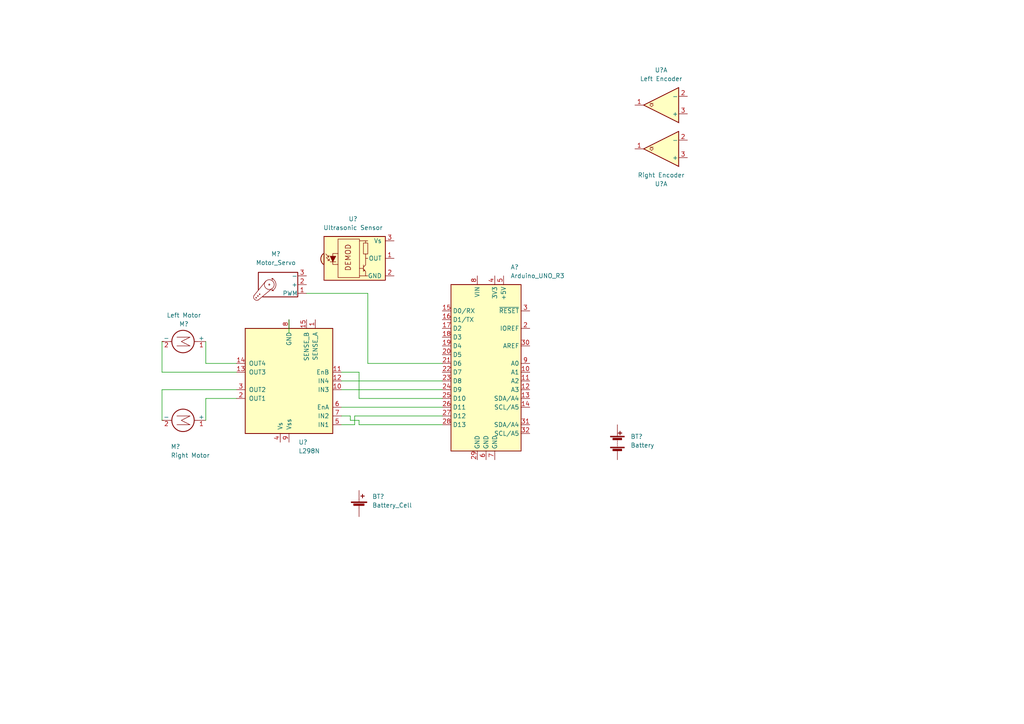
<source format=kicad_sch>
(kicad_sch (version 20211123) (generator eeschema)
  (paper "A4")
  (lib_symbols
    (symbol "Comparator:LM393" (pin_names (offset 0.127))
      (property "Reference" "U" (at 3.81 3.81 0))
      (property "Value" "LM393" (at 6.35 -3.81 0))
      (symbol "LM393_1_1"
        (polyline (pts (xy -5.08 5.08) (xy 5.08 0) (xy -5.08 -5.08) (xy -5.08 5.08)) (stroke (width 0.254)) (fill (type background)))
        (polyline (pts (xy 3.302 -0.508) (xy 2.794 -0.508) (xy 3.302 0) (xy 2.794 0.508) (xy 2.286 0) (xy 2.794 -0.508) (xy 2.286 -0.508)) (stroke (width 0.127)))
        (pin open_collector line (at 7.62 0 180) (length 2.54) (name "~") (number "1"))
        (pin input line (at -7.62 -2.54 0) (length 2.54) (name "-") (number "2"))
        (pin input line (at -7.62 2.54 0) (length 2.54) (name "+") (number "3"))
      )
      (symbol "LM393_2_1"
        (polyline (pts (xy -5.08 5.08) (xy 5.08 0) (xy -5.08 -5.08) (xy -5.08 5.08)) (stroke (width 0.254)) (fill (type background)))
        (polyline (pts (xy 3.302 -0.508) (xy 2.794 -0.508) (xy 3.302 0) (xy 2.794 0.508) (xy 2.286 0) (xy 2.794 -0.508) (xy 2.286 -0.508)) (stroke (width 0.127)))
        (pin input line (at -7.62 2.54 0) (length 2.54) (name "+") (number "5"))
        (pin input line (at -7.62 -2.54 0) (length 2.54) (name "-") (number "6"))
        (pin open_collector line (at 7.62 0 180) (length 2.54) (name "~") (number "7"))
      )
      (symbol "LM393_3_1"
        (pin power_in line (at -2.54 -7.62 90) (length 3.81) (name "V-") (number "4"))
        (pin power_in line (at -2.54 7.62 270) (length 3.81) (name "V+") (number "8"))
      )
    )
    (symbol "Device:Battery" (pin_numbers hide) (pin_names (offset 0) hide)
      (property "Reference" "BT" (at 2.54 2.54 0))
      (property "Value" "Battery" (at 2.54 0 0))
      (symbol "Battery_0_1"
        (rectangle (start -2.032 -1.397) (end 2.032 -1.651) (fill (type outline)))
        (rectangle (start -2.032 1.778) (end 2.032 1.524) (fill (type outline)))
        (rectangle (start -1.3208 -1.9812) (end 1.27 -2.4892) (fill (type outline)))
        (rectangle (start -1.3208 1.1938) (end 1.27 0.6858) (fill (type outline)))
        (polyline (pts (xy 0 -1.524) (xy 0 -1.27)))
        (polyline (pts (xy 0 -1.016) (xy 0 -0.762)))
        (polyline (pts (xy 0 -0.508) (xy 0 -0.254)))
        (polyline (pts (xy 0 0) (xy 0 0.254)))
        (polyline (pts (xy 0 0.508) (xy 0 0.762)))
        (polyline (pts (xy 0 1.778) (xy 0 2.54)))
        (polyline (pts (xy 0.254 2.667) (xy 1.27 2.667)) (stroke (width 0.254)))
        (polyline (pts (xy 0.762 3.175) (xy 0.762 2.159)) (stroke (width 0.254)))
      )
      (symbol "Battery_1_1"
        (pin passive line (at 0 5.08 270) (length 2.54) (name "+") (number "1"))
        (pin passive line (at 0 -5.08 90) (length 2.54) (name "-") (number "2"))
      )
    )
    (symbol "Device:Battery_Cell" (pin_numbers hide) (pin_names (offset 0) hide)
      (property "Reference" "BT" (at 2.54 2.54 0))
      (property "Value" "Battery_Cell" (at 2.54 0 0))
      (symbol "Battery_Cell_0_1"
        (rectangle (start -2.286 1.778) (end 2.286 1.524) (fill (type outline)))
        (rectangle (start -1.5748 1.1938) (end 1.4732 0.6858) (fill (type outline)))
        (polyline (pts (xy 0 0.762) (xy 0 0)))
        (polyline (pts (xy 0 1.778) (xy 0 2.54)))
        (polyline (pts (xy 0.508 3.429) (xy 1.524 3.429)) (stroke (width 0.254)))
        (polyline (pts (xy 1.016 3.937) (xy 1.016 2.921)) (stroke (width 0.254)))
      )
      (symbol "Battery_Cell_1_1"
        (pin passive line (at 0 5.08 270) (length 2.54) (name "+") (number "1"))
        (pin passive line (at 0 -2.54 90) (length 2.54) (name "-") (number "2"))
      )
    )
    (symbol "Driver_Motor:L298N" (pin_names (offset 1.016))
      (property "Reference" "U" (at -10.16 16.51 0))
      (property "Value" "L298N" (at 12.7 16.51 0))
      (symbol "L298N_0_1"
        (rectangle (start -12.7 15.24) (end 12.7 -15.24) (stroke (width 0.254)) (fill (type background)))
      )
      (symbol "L298N_1_1"
        (pin power_in line (at -7.62 -17.78 90) (length 2.54) (name "SENSE_A") (number "1"))
        (pin input line (at -15.24 2.54 0) (length 2.54) (name "IN3") (number "10"))
        (pin input line (at -15.24 -2.54 0) (length 2.54) (name "EnB") (number "11"))
        (pin input line (at -15.24 0 0) (length 2.54) (name "IN4") (number "12"))
        (pin output line (at 15.24 -2.54 180) (length 2.54) (name "OUT3") (number "13"))
        (pin output line (at 15.24 -5.08 180) (length 2.54) (name "OUT4") (number "14"))
        (pin power_in line (at -5.08 -17.78 90) (length 2.54) (name "SENSE_B") (number "15"))
        (pin output line (at 15.24 5.08 180) (length 2.54) (name "OUT1") (number "2"))
        (pin output line (at 15.24 2.54 180) (length 2.54) (name "OUT2") (number "3"))
        (pin power_in line (at 2.54 17.78 270) (length 2.54) (name "Vs") (number "4"))
        (pin input line (at -15.24 12.7 0) (length 2.54) (name "IN1") (number "5"))
        (pin input line (at -15.24 7.62 0) (length 2.54) (name "EnA") (number "6"))
        (pin input line (at -15.24 10.16 0) (length 2.54) (name "IN2") (number "7"))
        (pin power_in line (at 0 -17.78 90) (length 2.54) (name "GND") (number "8"))
        (pin power_in line (at 0 17.78 270) (length 2.54) (name "Vss") (number "9"))
      )
    )
    (symbol "MCU_Module:Arduino_UNO_R3"
      (property "Reference" "A" (at -10.16 23.495 0))
      (property "Value" "Arduino_UNO_R3" (at 5.08 -26.67 0))
      (symbol "Arduino_UNO_R3_0_1"
        (rectangle (start -10.16 22.86) (end 10.16 -25.4) (stroke (width 0.254)) (fill (type background)))
      )
      (symbol "Arduino_UNO_R3_1_1"
        (pin no_connect line (at -10.16 -20.32 0) (length 2.54) hide (name "NC") (number "1"))
        (pin bidirectional line (at 12.7 -2.54 180) (length 2.54) (name "A1") (number "10"))
        (pin bidirectional line (at 12.7 -5.08 180) (length 2.54) (name "A2") (number "11"))
        (pin bidirectional line (at 12.7 -7.62 180) (length 2.54) (name "A3") (number "12"))
        (pin bidirectional line (at 12.7 -10.16 180) (length 2.54) (name "SDA/A4") (number "13"))
        (pin bidirectional line (at 12.7 -12.7 180) (length 2.54) (name "SCL/A5") (number "14"))
        (pin bidirectional line (at -12.7 15.24 0) (length 2.54) (name "D0/RX") (number "15"))
        (pin bidirectional line (at -12.7 12.7 0) (length 2.54) (name "D1/TX") (number "16"))
        (pin bidirectional line (at -12.7 10.16 0) (length 2.54) (name "D2") (number "17"))
        (pin bidirectional line (at -12.7 7.62 0) (length 2.54) (name "D3") (number "18"))
        (pin bidirectional line (at -12.7 5.08 0) (length 2.54) (name "D4") (number "19"))
        (pin output line (at 12.7 10.16 180) (length 2.54) (name "IOREF") (number "2"))
        (pin bidirectional line (at -12.7 2.54 0) (length 2.54) (name "D5") (number "20"))
        (pin bidirectional line (at -12.7 0 0) (length 2.54) (name "D6") (number "21"))
        (pin bidirectional line (at -12.7 -2.54 0) (length 2.54) (name "D7") (number "22"))
        (pin bidirectional line (at -12.7 -5.08 0) (length 2.54) (name "D8") (number "23"))
        (pin bidirectional line (at -12.7 -7.62 0) (length 2.54) (name "D9") (number "24"))
        (pin bidirectional line (at -12.7 -10.16 0) (length 2.54) (name "D10") (number "25"))
        (pin bidirectional line (at -12.7 -12.7 0) (length 2.54) (name "D11") (number "26"))
        (pin bidirectional line (at -12.7 -15.24 0) (length 2.54) (name "D12") (number "27"))
        (pin bidirectional line (at -12.7 -17.78 0) (length 2.54) (name "D13") (number "28"))
        (pin power_in line (at -2.54 -27.94 90) (length 2.54) (name "GND") (number "29"))
        (pin input line (at 12.7 15.24 180) (length 2.54) (name "~{RESET}") (number "3"))
        (pin input line (at 12.7 5.08 180) (length 2.54) (name "AREF") (number "30"))
        (pin bidirectional line (at 12.7 -17.78 180) (length 2.54) (name "SDA/A4") (number "31"))
        (pin bidirectional line (at 12.7 -20.32 180) (length 2.54) (name "SCL/A5") (number "32"))
        (pin power_out line (at 2.54 25.4 270) (length 2.54) (name "3V3") (number "4"))
        (pin power_out line (at 5.08 25.4 270) (length 2.54) (name "+5V") (number "5"))
        (pin power_in line (at 0 -27.94 90) (length 2.54) (name "GND") (number "6"))
        (pin power_in line (at 2.54 -27.94 90) (length 2.54) (name "GND") (number "7"))
        (pin power_in line (at -2.54 25.4 270) (length 2.54) (name "VIN") (number "8"))
        (pin bidirectional line (at 12.7 0 180) (length 2.54) (name "A0") (number "9"))
      )
    )
    (symbol "Motor:Motor_DC" (pin_names (offset 0))
      (property "Reference" "M" (at 2.54 2.54 0))
      (property "Value" "Motor_DC" (at 2.54 -5.08 0))
      (symbol "Motor_DC_0_0"
        (polyline (pts (xy -1.27 -3.302) (xy -1.27 0.508) (xy 0 -2.032) (xy 1.27 0.508) (xy 1.27 -3.302)))
      )
      (symbol "Motor_DC_0_1"
        (circle (center 0 -1.524) (radius 3.2512) (stroke (width 0.254)))
        (polyline (pts (xy 0 -7.62) (xy 0 -7.112)))
        (polyline (pts (xy 0 -4.7752) (xy 0 -5.1816)))
        (polyline (pts (xy 0 1.7272) (xy 0 2.0828)))
        (polyline (pts (xy 0 2.032) (xy 0 2.54)))
      )
      (symbol "Motor_DC_1_1"
        (pin passive line (at 0 5.08 270) (length 2.54) (name "+") (number "1"))
        (pin passive line (at 0 -7.62 90) (length 2.54) (name "-") (number "2"))
      )
    )
    (symbol "Motor:Motor_Servo" (pin_names (offset 0.0254))
      (property "Reference" "M" (at -5.08 4.445 0))
      (property "Value" "Motor_Servo" (at -5.08 -4.064 0))
      (symbol "Motor_Servo_0_1"
        (polyline (pts (xy 2.413 -1.778) (xy 2.032 -1.778)))
        (polyline (pts (xy 2.413 -1.778) (xy 2.286 -1.397)))
        (polyline (pts (xy 2.413 1.778) (xy 1.905 1.778)))
        (polyline (pts (xy 2.413 1.778) (xy 2.286 1.397)))
        (polyline (pts (xy 6.35 4.445) (xy 2.54 1.27)))
        (polyline (pts (xy 7.62 3.175) (xy 4.191 -1.016)))
        (polyline (pts (xy 5.08 3.556) (xy -5.08 3.556) (xy -5.08 -3.556) (xy 6.35 -3.556) (xy 6.35 1.524)) (stroke (width 0.254)))
        (arc (start 2.413 1.778) (mid 1.2406 0) (end 2.413 -1.778))
        (circle (center 3.175 0) (radius 0.1778))
        (circle (center 3.175 0) (radius 1.4224))
        (circle (center 5.969 2.794) (radius 0.127))
        (circle (center 6.477 3.302) (radius 0.127))
        (circle (center 6.985 3.81) (radius 0.127))
        (arc (start 7.62 3.175) (mid 7.4485 4.2735) (end 6.35 4.445))
      )
      (symbol "Motor_Servo_1_1"
        (pin passive line (at -7.62 2.54 0) (length 2.54) (name "PWM") (number "1"))
        (pin passive line (at -7.62 0 0) (length 2.54) (name "+") (number "2"))
        (pin passive line (at -7.62 -2.54 0) (length 2.54) (name "-") (number "3"))
      )
    )
    (symbol "Sensor_Proximity:TSSP58038" (pin_names (offset 1.016))
      (property "Reference" "U" (at -10.16 7.62 0))
      (property "Value" "TSSP58038" (at -10.16 -7.62 0))
      (symbol "TSSP58038_0_0"
        (arc (start -10.287 1.397) (mid -11.0899 -0.1852) (end -10.287 -1.778) (stroke (width 0.254)) (fill (type background)))
        (polyline (pts (xy 1.905 -5.08) (xy 0.127 -5.08)))
        (polyline (pts (xy 1.905 5.08) (xy 0.127 5.08)))
        (text "DEMOD" (at -3.175 0.254 900) (effects (font (size 1.524 1.524))))
      )
      (symbol "TSSP58038_0_1"
        (rectangle (start -6.096 5.588) (end 0.127 -5.588))
        (polyline (pts (xy -8.763 0.381) (xy -9.652 1.27)))
        (polyline (pts (xy -8.763 0.381) (xy -9.271 0.381)))
        (polyline (pts (xy -8.763 0.381) (xy -8.763 0.889)))
        (polyline (pts (xy -8.636 -0.635) (xy -9.525 0.254)))
        (polyline (pts (xy -8.636 -0.635) (xy -9.144 -0.635)))
        (polyline (pts (xy -8.636 -0.635) (xy -8.636 -0.127)))
        (polyline (pts (xy -8.382 -1.016) (xy -6.731 -1.016)))
        (polyline (pts (xy 1.27 -2.921) (xy 0.127 -2.921)))
        (polyline (pts (xy 1.27 -1.905) (xy 1.27 -3.81)))
        (polyline (pts (xy 1.397 -3.556) (xy 1.524 -3.556)))
        (polyline (pts (xy 1.651 -3.556) (xy 1.524 -3.556)))
        (polyline (pts (xy 1.651 -3.556) (xy 1.651 -3.302)))
        (polyline (pts (xy 1.905 0) (xy 1.905 1.27)))
        (polyline (pts (xy 1.905 4.445) (xy 1.905 5.08) (xy 2.54 5.08)))
        (polyline (pts (xy -8.382 0.635) (xy -6.731 0.635) (xy -7.62 -1.016) (xy -8.382 0.635)) (fill (type outline)))
        (polyline (pts (xy -6.096 1.397) (xy -7.62 1.397) (xy -7.62 -1.778) (xy -6.096 -1.778)))
        (polyline (pts (xy 1.27 -3.175) (xy 1.905 -3.81) (xy 1.905 -5.08) (xy 2.54 -5.08)))
        (polyline (pts (xy 1.27 -2.54) (xy 1.905 -1.905) (xy 1.905 0) (xy 2.54 0)))
        (rectangle (start 2.54 1.27) (end 1.27 4.445))
        (rectangle (start 7.62 6.35) (end -10.16 -6.35) (stroke (width 0.254)) (fill (type background)))
      )
      (symbol "TSSP58038_1_1"
        (pin output line (at 10.16 0 180) (length 2.54) (name "OUT") (number "1"))
        (pin power_in line (at 10.16 -5.08 180) (length 2.54) (name "GND") (number "2"))
        (pin power_in line (at 10.16 5.08 180) (length 2.54) (name "Vs") (number "3"))
      )
    )
  )
  (wire (pts (xy 99.06 120.65) (xy 101.6 120.65)))
  (wire (pts (xy 99.06 110.49) (xy 128.27 110.49)))
  (wire (pts (xy 68.58 115.57) (xy 59.69 115.57)))
  (wire (pts (xy 106.68 85.09) (xy 106.68 105.41)))
  (wire (pts (xy 83.82 92.71) (xy 83.82 96.52)))
  (wire (pts (xy 46.99 113.03) (xy 46.99 121.92)))
  (wire (pts (xy 106.68 105.41) (xy 128.27 105.41)))
  (wire (pts (xy 59.69 105.41) (xy 59.69 99.06)))
  (wire (pts (xy 104.14 121.92) (xy 104.14 123.19)))
  (wire (pts (xy 99.06 118.11) (xy 128.27 118.11)))
  (wire (pts (xy 101.6 121.92) (xy 104.14 121.92)))
  (wire (pts (xy 102.87 123.19) (xy 102.87 120.65)))
  (wire (pts (xy 46.99 107.95) (xy 46.99 99.06)))
  (wire (pts (xy 68.58 113.03) (xy 46.99 113.03)))
  (wire (pts (xy 101.6 120.65) (xy 101.6 121.92)))
  (wire (pts (xy 68.58 105.41) (xy 59.69 105.41)))
  (wire (pts (xy 99.06 107.95) (xy 104.14 107.95)))
  (wire (pts (xy 104.14 107.95) (xy 104.14 115.57)))
  (wire (pts (xy 99.06 113.03) (xy 128.27 113.03)))
  (wire (pts (xy 59.69 115.57) (xy 59.69 121.92)))
  (wire (pts (xy 104.14 115.57) (xy 128.27 115.57)))
  (wire (pts (xy 104.14 123.19) (xy 128.27 123.19)))
  (wire (pts (xy 99.06 123.19) (xy 102.87 123.19)))
  (wire (pts (xy 68.58 107.95) (xy 46.99 107.95)))
  (wire (pts (xy 102.87 120.65) (xy 128.27 120.65)))
  (wire (pts (xy 88.9 85.09) (xy 106.68 85.09)))
  (symbol (lib_id "Motor:Motor_Servo") (at 81.28 82.55 180) (unit 1)
    (property "Reference" "M?" (at 80.0211 73.66 0))
    (property "Value" "Motor_Servo" (at 80.0211 76.2 0))
    (property "Datasheet" "http://forums.parallax.com/uploads/attachments/46831/74481.png" (effects hide))
  )
  (symbol (lib_id "Comparator:LM393") (at 191.77 30.48 180) (unit 1)
    (property "Reference" "U?" (at 191.77 20.32 0))
    (property "Value" "Left Encoder" (at 191.77 22.86 0))
    (property "Datasheet" "http://www.ti.com/lit/ds/symlink/lm393.pdf" (effects hide))
  )
  (symbol (lib_id "Driver_Motor:L298N") (at 83.82 110.49 180) (unit 1)
    (property "Reference" "U?" (at 86.5887 128.27 0) (effects (justify right)))
    (property "Value" "L298N" (at 86.5887 130.81 0) (effects (justify right)))
    (property "Footprint" "Package_TO_SOT_THT:TO-220-15_P2.54x2.54mm_StaggerOdd_Lead4.58mm_Vertical" (effects hide))
    (property "Datasheet" "http://www.st.com/st-web-ui/static/active/en/resource/technical/document/datasheet/CD00000240.pdf" (effects hide))
  )
  (symbol (lib_id "MCU_Module:Arduino_UNO_R3") (at 140.97 105.41 0) (unit 1)
    (property "Reference" "A?" (at 148.0694 77.47 0) (effects (justify left)))
    (property "Value" "Arduino_UNO_R3" (at 148.0694 80.01 0) (effects (justify left)))
    (property "Footprint" "Module:Arduino_UNO_R3" (effects hide))
    (property "Datasheet" "https://www.arduino.cc/en/Main/arduinoBoardUno" (effects hide))
  )
  (symbol (lib_id "Device:Battery") (at 179.07 128.27 0) (unit 1)
    (property "Reference" "BT?" (at 182.88 126.6189 0) (effects (justify left)))
    (property "Value" "Battery" (at 182.88 129.1589 0) (effects (justify left)))
  )
  (symbol (lib_id "Motor:Motor_DC") (at 54.61 121.92 270) (unit 1)
    (property "Reference" "M?" (at 49.53 129.54 90) (effects (justify left)))
    (property "Value" "Right Motor" (at 49.53 132.08 90) (effects (justify left)))
  )
  (symbol (lib_id "Sensor_Proximity:TSSP58038") (at 104.14 74.93 0) (unit 1)
    (property "Reference" "U?" (at 102.405 63.5 0))
    (property "Value" "Ultrasonic Sensor" (at 102.405 66.04 0))
    (property "Footprint" "OptoDevice:Vishay_MINICAST-3Pin" (effects hide))
    (property "Datasheet" "http://www.vishay.com/docs/82476/tssp58p38.pdf" (effects hide))
  )
  (symbol (lib_id "Motor:Motor_DC") (at 54.61 99.06 270) (unit 1)
    (property "Reference" "M?" (at 53.34 93.98 90))
    (property "Value" "Left Motor" (at 53.34 91.44 90))
  )
  (symbol (lib_id "Comparator:LM393") (at 191.77 43.18 180) (unit 1)
    (property "Reference" "U?" (at 191.77 53.34 0))
    (property "Value" "Right Encoder" (at 191.77 50.8 0))
    (property "Datasheet" "http://www.ti.com/lit/ds/symlink/lm393.pdf" (effects hide))
  )
  (symbol (lib_id "Device:Battery_Cell") (at 104.14 147.32 0) (unit 1)
    (property "Reference" "BT?" (at 107.95 144.0179 0) (effects (justify left)))
    (property "Value" "Battery_Cell" (at 107.95 146.5579 0) (effects (justify left)))
  )
)
</source>
